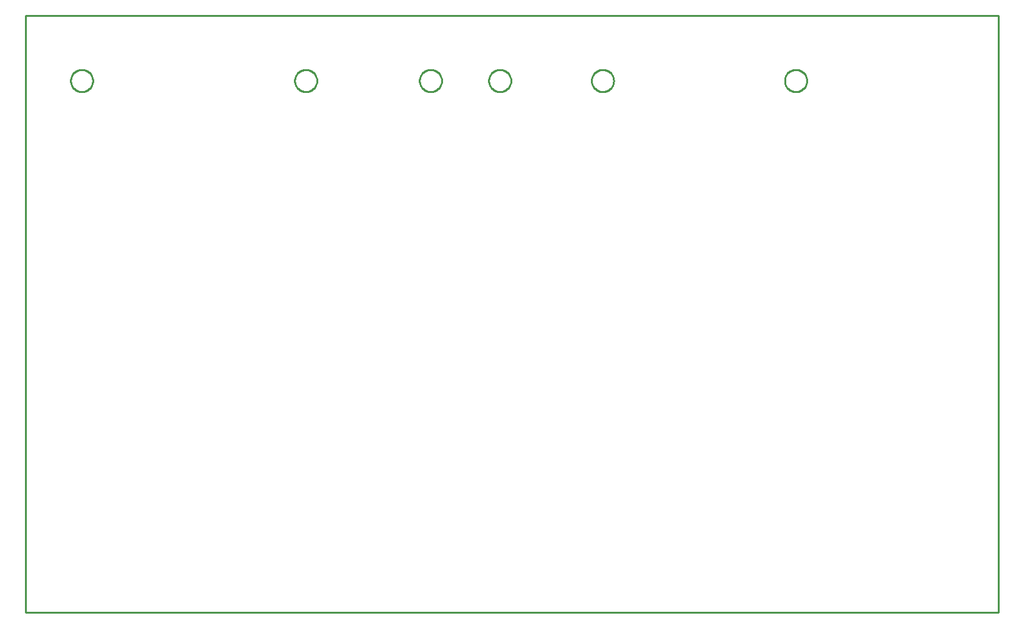
<source format=gbr>
G04 EAGLE Gerber RS-274X export*
G75*
%MOMM*%
%FSLAX34Y34*%
%LPD*%
%IN*%
%IPPOS*%
%AMOC8*
5,1,8,0,0,1.08239X$1,22.5*%
G01*
%ADD10C,0.254000*%


D10*
X0Y0D02*
X1320600Y0D01*
X1320600Y809500D01*
X0Y809500D01*
X0Y0D01*
X658900Y720864D02*
X658824Y719796D01*
X658671Y718735D01*
X658443Y717688D01*
X658141Y716660D01*
X657767Y715656D01*
X657322Y714681D01*
X656808Y713741D01*
X656229Y712840D01*
X655587Y711982D01*
X654885Y711172D01*
X654128Y710415D01*
X653318Y709713D01*
X652460Y709071D01*
X651559Y708492D01*
X650619Y707978D01*
X649644Y707533D01*
X648640Y707159D01*
X647612Y706857D01*
X646565Y706629D01*
X645504Y706476D01*
X644436Y706400D01*
X643364Y706400D01*
X642296Y706476D01*
X641235Y706629D01*
X640188Y706857D01*
X639160Y707159D01*
X638156Y707533D01*
X637181Y707978D01*
X636241Y708492D01*
X635340Y709071D01*
X634482Y709713D01*
X633672Y710415D01*
X632915Y711172D01*
X632213Y711982D01*
X631571Y712840D01*
X630992Y713741D01*
X630478Y714681D01*
X630033Y715656D01*
X629659Y716660D01*
X629357Y717688D01*
X629129Y718735D01*
X628976Y719796D01*
X628900Y720864D01*
X628900Y721936D01*
X628976Y723004D01*
X629129Y724065D01*
X629357Y725112D01*
X629659Y726140D01*
X630033Y727144D01*
X630478Y728119D01*
X630992Y729059D01*
X631571Y729960D01*
X632213Y730818D01*
X632915Y731628D01*
X633672Y732385D01*
X634482Y733087D01*
X635340Y733729D01*
X636241Y734308D01*
X637181Y734822D01*
X638156Y735267D01*
X639160Y735641D01*
X640188Y735943D01*
X641235Y736171D01*
X642296Y736324D01*
X643364Y736400D01*
X644436Y736400D01*
X645504Y736324D01*
X646565Y736171D01*
X647612Y735943D01*
X648640Y735641D01*
X649644Y735267D01*
X650619Y734822D01*
X651559Y734308D01*
X652460Y733729D01*
X653318Y733087D01*
X654128Y732385D01*
X654885Y731628D01*
X655587Y730818D01*
X656229Y729960D01*
X656808Y729059D01*
X657322Y728119D01*
X657767Y727144D01*
X658141Y726140D01*
X658443Y725112D01*
X658671Y724065D01*
X658824Y723004D01*
X658900Y721936D01*
X658900Y720864D01*
X564900Y720864D02*
X564824Y719796D01*
X564671Y718735D01*
X564443Y717688D01*
X564141Y716660D01*
X563767Y715656D01*
X563322Y714681D01*
X562808Y713741D01*
X562229Y712840D01*
X561587Y711982D01*
X560885Y711172D01*
X560128Y710415D01*
X559318Y709713D01*
X558460Y709071D01*
X557559Y708492D01*
X556619Y707978D01*
X555644Y707533D01*
X554640Y707159D01*
X553612Y706857D01*
X552565Y706629D01*
X551504Y706476D01*
X550436Y706400D01*
X549364Y706400D01*
X548296Y706476D01*
X547235Y706629D01*
X546188Y706857D01*
X545160Y707159D01*
X544156Y707533D01*
X543181Y707978D01*
X542241Y708492D01*
X541340Y709071D01*
X540482Y709713D01*
X539672Y710415D01*
X538915Y711172D01*
X538213Y711982D01*
X537571Y712840D01*
X536992Y713741D01*
X536478Y714681D01*
X536033Y715656D01*
X535659Y716660D01*
X535357Y717688D01*
X535129Y718735D01*
X534976Y719796D01*
X534900Y720864D01*
X534900Y721936D01*
X534976Y723004D01*
X535129Y724065D01*
X535357Y725112D01*
X535659Y726140D01*
X536033Y727144D01*
X536478Y728119D01*
X536992Y729059D01*
X537571Y729960D01*
X538213Y730818D01*
X538915Y731628D01*
X539672Y732385D01*
X540482Y733087D01*
X541340Y733729D01*
X542241Y734308D01*
X543181Y734822D01*
X544156Y735267D01*
X545160Y735641D01*
X546188Y735943D01*
X547235Y736171D01*
X548296Y736324D01*
X549364Y736400D01*
X550436Y736400D01*
X551504Y736324D01*
X552565Y736171D01*
X553612Y735943D01*
X554640Y735641D01*
X555644Y735267D01*
X556619Y734822D01*
X557559Y734308D01*
X558460Y733729D01*
X559318Y733087D01*
X560128Y732385D01*
X560885Y731628D01*
X561587Y730818D01*
X562229Y729960D01*
X562808Y729059D01*
X563322Y728119D01*
X563767Y727144D01*
X564141Y726140D01*
X564443Y725112D01*
X564671Y724065D01*
X564824Y723004D01*
X564900Y721936D01*
X564900Y720864D01*
X395600Y720864D02*
X395524Y719796D01*
X395371Y718735D01*
X395143Y717688D01*
X394841Y716660D01*
X394467Y715656D01*
X394022Y714681D01*
X393508Y713741D01*
X392929Y712840D01*
X392287Y711982D01*
X391585Y711172D01*
X390828Y710415D01*
X390018Y709713D01*
X389160Y709071D01*
X388259Y708492D01*
X387319Y707978D01*
X386344Y707533D01*
X385340Y707159D01*
X384312Y706857D01*
X383265Y706629D01*
X382204Y706476D01*
X381136Y706400D01*
X380064Y706400D01*
X378996Y706476D01*
X377935Y706629D01*
X376888Y706857D01*
X375860Y707159D01*
X374856Y707533D01*
X373881Y707978D01*
X372941Y708492D01*
X372040Y709071D01*
X371182Y709713D01*
X370372Y710415D01*
X369615Y711172D01*
X368913Y711982D01*
X368271Y712840D01*
X367692Y713741D01*
X367178Y714681D01*
X366733Y715656D01*
X366359Y716660D01*
X366057Y717688D01*
X365829Y718735D01*
X365676Y719796D01*
X365600Y720864D01*
X365600Y721936D01*
X365676Y723004D01*
X365829Y724065D01*
X366057Y725112D01*
X366359Y726140D01*
X366733Y727144D01*
X367178Y728119D01*
X367692Y729059D01*
X368271Y729960D01*
X368913Y730818D01*
X369615Y731628D01*
X370372Y732385D01*
X371182Y733087D01*
X372040Y733729D01*
X372941Y734308D01*
X373881Y734822D01*
X374856Y735267D01*
X375860Y735641D01*
X376888Y735943D01*
X377935Y736171D01*
X378996Y736324D01*
X380064Y736400D01*
X381136Y736400D01*
X382204Y736324D01*
X383265Y736171D01*
X384312Y735943D01*
X385340Y735641D01*
X386344Y735267D01*
X387319Y734822D01*
X388259Y734308D01*
X389160Y733729D01*
X390018Y733087D01*
X390828Y732385D01*
X391585Y731628D01*
X392287Y730818D01*
X392929Y729960D01*
X393508Y729059D01*
X394022Y728119D01*
X394467Y727144D01*
X394841Y726140D01*
X395143Y725112D01*
X395371Y724065D01*
X395524Y723004D01*
X395600Y721936D01*
X395600Y720864D01*
X91600Y720864D02*
X91524Y719796D01*
X91371Y718735D01*
X91143Y717688D01*
X90841Y716660D01*
X90467Y715656D01*
X90022Y714681D01*
X89508Y713741D01*
X88929Y712840D01*
X88287Y711982D01*
X87585Y711172D01*
X86828Y710415D01*
X86018Y709713D01*
X85160Y709071D01*
X84259Y708492D01*
X83319Y707978D01*
X82344Y707533D01*
X81340Y707159D01*
X80312Y706857D01*
X79265Y706629D01*
X78204Y706476D01*
X77136Y706400D01*
X76064Y706400D01*
X74996Y706476D01*
X73935Y706629D01*
X72888Y706857D01*
X71860Y707159D01*
X70856Y707533D01*
X69881Y707978D01*
X68941Y708492D01*
X68040Y709071D01*
X67182Y709713D01*
X66372Y710415D01*
X65615Y711172D01*
X64913Y711982D01*
X64271Y712840D01*
X63692Y713741D01*
X63178Y714681D01*
X62733Y715656D01*
X62359Y716660D01*
X62057Y717688D01*
X61829Y718735D01*
X61676Y719796D01*
X61600Y720864D01*
X61600Y721936D01*
X61676Y723004D01*
X61829Y724065D01*
X62057Y725112D01*
X62359Y726140D01*
X62733Y727144D01*
X63178Y728119D01*
X63692Y729059D01*
X64271Y729960D01*
X64913Y730818D01*
X65615Y731628D01*
X66372Y732385D01*
X67182Y733087D01*
X68040Y733729D01*
X68941Y734308D01*
X69881Y734822D01*
X70856Y735267D01*
X71860Y735641D01*
X72888Y735943D01*
X73935Y736171D01*
X74996Y736324D01*
X76064Y736400D01*
X77136Y736400D01*
X78204Y736324D01*
X79265Y736171D01*
X80312Y735943D01*
X81340Y735641D01*
X82344Y735267D01*
X83319Y734822D01*
X84259Y734308D01*
X85160Y733729D01*
X86018Y733087D01*
X86828Y732385D01*
X87585Y731628D01*
X88287Y730818D01*
X88929Y729960D01*
X89508Y729059D01*
X90022Y728119D01*
X90467Y727144D01*
X90841Y726140D01*
X91143Y725112D01*
X91371Y724065D01*
X91524Y723004D01*
X91600Y721936D01*
X91600Y720864D01*
X1060400Y720864D02*
X1060324Y719796D01*
X1060171Y718735D01*
X1059943Y717688D01*
X1059641Y716660D01*
X1059267Y715656D01*
X1058822Y714681D01*
X1058308Y713741D01*
X1057729Y712840D01*
X1057087Y711982D01*
X1056385Y711172D01*
X1055628Y710415D01*
X1054818Y709713D01*
X1053960Y709071D01*
X1053059Y708492D01*
X1052119Y707978D01*
X1051144Y707533D01*
X1050140Y707159D01*
X1049112Y706857D01*
X1048065Y706629D01*
X1047004Y706476D01*
X1045936Y706400D01*
X1044864Y706400D01*
X1043796Y706476D01*
X1042735Y706629D01*
X1041688Y706857D01*
X1040660Y707159D01*
X1039656Y707533D01*
X1038681Y707978D01*
X1037741Y708492D01*
X1036840Y709071D01*
X1035982Y709713D01*
X1035172Y710415D01*
X1034415Y711172D01*
X1033713Y711982D01*
X1033071Y712840D01*
X1032492Y713741D01*
X1031978Y714681D01*
X1031533Y715656D01*
X1031159Y716660D01*
X1030857Y717688D01*
X1030629Y718735D01*
X1030476Y719796D01*
X1030400Y720864D01*
X1030400Y721936D01*
X1030476Y723004D01*
X1030629Y724065D01*
X1030857Y725112D01*
X1031159Y726140D01*
X1031533Y727144D01*
X1031978Y728119D01*
X1032492Y729059D01*
X1033071Y729960D01*
X1033713Y730818D01*
X1034415Y731628D01*
X1035172Y732385D01*
X1035982Y733087D01*
X1036840Y733729D01*
X1037741Y734308D01*
X1038681Y734822D01*
X1039656Y735267D01*
X1040660Y735641D01*
X1041688Y735943D01*
X1042735Y736171D01*
X1043796Y736324D01*
X1044864Y736400D01*
X1045936Y736400D01*
X1047004Y736324D01*
X1048065Y736171D01*
X1049112Y735943D01*
X1050140Y735641D01*
X1051144Y735267D01*
X1052119Y734822D01*
X1053059Y734308D01*
X1053960Y733729D01*
X1054818Y733087D01*
X1055628Y732385D01*
X1056385Y731628D01*
X1057087Y730818D01*
X1057729Y729960D01*
X1058308Y729059D01*
X1058822Y728119D01*
X1059267Y727144D01*
X1059641Y726140D01*
X1059943Y725112D01*
X1060171Y724065D01*
X1060324Y723004D01*
X1060400Y721936D01*
X1060400Y720864D01*
X798400Y720864D02*
X798324Y719796D01*
X798171Y718735D01*
X797943Y717688D01*
X797641Y716660D01*
X797267Y715656D01*
X796822Y714681D01*
X796308Y713741D01*
X795729Y712840D01*
X795087Y711982D01*
X794385Y711172D01*
X793628Y710415D01*
X792818Y709713D01*
X791960Y709071D01*
X791059Y708492D01*
X790119Y707978D01*
X789144Y707533D01*
X788140Y707159D01*
X787112Y706857D01*
X786065Y706629D01*
X785004Y706476D01*
X783936Y706400D01*
X782864Y706400D01*
X781796Y706476D01*
X780735Y706629D01*
X779688Y706857D01*
X778660Y707159D01*
X777656Y707533D01*
X776681Y707978D01*
X775741Y708492D01*
X774840Y709071D01*
X773982Y709713D01*
X773172Y710415D01*
X772415Y711172D01*
X771713Y711982D01*
X771071Y712840D01*
X770492Y713741D01*
X769978Y714681D01*
X769533Y715656D01*
X769159Y716660D01*
X768857Y717688D01*
X768629Y718735D01*
X768476Y719796D01*
X768400Y720864D01*
X768400Y721936D01*
X768476Y723004D01*
X768629Y724065D01*
X768857Y725112D01*
X769159Y726140D01*
X769533Y727144D01*
X769978Y728119D01*
X770492Y729059D01*
X771071Y729960D01*
X771713Y730818D01*
X772415Y731628D01*
X773172Y732385D01*
X773982Y733087D01*
X774840Y733729D01*
X775741Y734308D01*
X776681Y734822D01*
X777656Y735267D01*
X778660Y735641D01*
X779688Y735943D01*
X780735Y736171D01*
X781796Y736324D01*
X782864Y736400D01*
X783936Y736400D01*
X785004Y736324D01*
X786065Y736171D01*
X787112Y735943D01*
X788140Y735641D01*
X789144Y735267D01*
X790119Y734822D01*
X791059Y734308D01*
X791960Y733729D01*
X792818Y733087D01*
X793628Y732385D01*
X794385Y731628D01*
X795087Y730818D01*
X795729Y729960D01*
X796308Y729059D01*
X796822Y728119D01*
X797267Y727144D01*
X797641Y726140D01*
X797943Y725112D01*
X798171Y724065D01*
X798324Y723004D01*
X798400Y721936D01*
X798400Y720864D01*
M02*

</source>
